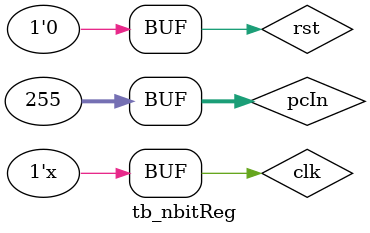
<source format=v>
`timescale 1ns / 1ps
module nbitReg #(parameter width = 32)
							(input [width-1:0] din,
							input clk, rst,
							output reg [width-1:0] dout);
	always@(posedge clk) begin
		if (rst) dout <= 0;
		else dout <= din;
	end
endmodule

module tb_nbitReg;
	parameter width = 32;
	reg clk, rst;
	reg [width-1:0] pcIn;
	wire [width-1:0] pcOut;
	
	nbitReg #(.width(width)) t1 (.din(pcIn), .clk(clk), .rst(rst), .dout(pcOut));
	
	initial clk = 0;
	always #10 clk = ~clk;
	
	initial begin
		pcIn = 0; rst = 1;
		#10 rst = 0;
		#5 pcIn = 25;
		#10 pcIn = 1;
		#10 pcIn = 255;
	end
endmodule

</source>
